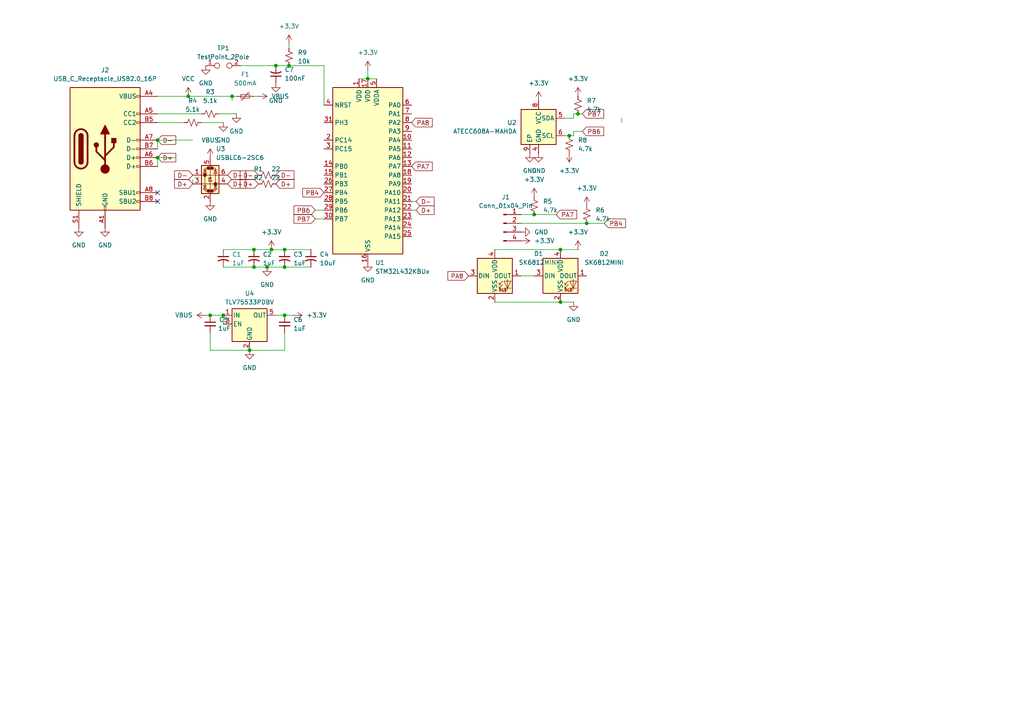
<source format=kicad_sch>
(kicad_sch (version 20250114) (generator "eeschema") (generator_version "9.0")
  (paper "A4")
  (lib_symbols
    (symbol "Connector:Conn_01x04_Pin" (pin_names (offset 1.016) (hide yes))
      (property "Reference" "J" (at 0 5.08 0))
      (property "Value" "Conn_01x04_Pin" (at 0 -7.62 0))
      (symbol "Conn_01x04_Pin_1_1"
        (rectangle (start 0.8636 2.667) (end 0 2.413) (stroke (width 0.1524)) (fill (type outline)))
        (rectangle (start 0.8636 0.127) (end 0 -0.127) (stroke (width 0.1524)) (fill (type outline)))
        (rectangle (start 0.8636 -2.413) (end 0 -2.667) (stroke (width 0.1524)) (fill (type outline)))
        (rectangle (start 0.8636 -4.953) (end 0 -5.207) (stroke (width 0.1524)) (fill (type outline)))
        (polyline (pts (xy 1.27 2.54) (xy 0.8636 2.54)) (stroke (width 0.1524)))
        (polyline (pts (xy 1.27 0) (xy 0.8636 0)) (stroke (width 0.1524)))
        (polyline (pts (xy 1.27 -2.54) (xy 0.8636 -2.54)) (stroke (width 0.1524)))
        (polyline (pts (xy 1.27 -5.08) (xy 0.8636 -5.08)) (stroke (width 0.1524)))
        (pin passive line (at 5.08 2.54 180) (length 3.81) (name "Pin_1") (number "1"))
        (pin passive line (at 5.08 0 180) (length 3.81) (name "Pin_2") (number "2"))
        (pin passive line (at 5.08 -2.54 180) (length 3.81) (name "Pin_3") (number "3"))
        (pin passive line (at 5.08 -5.08 180) (length 3.81) (name "Pin_4") (number "4"))
      )
    )
    (symbol "Connector:TestPoint_2Pole" (pin_names (offset 0.762) (hide yes))
      (property "Reference" "TP" (at 0 1.524 0))
      (property "Value" "TestPoint_2Pole" (at 0 -1.778 0))
      (symbol "TestPoint_2Pole_0_1"
        (circle (center -1.778 0) (radius 0.762))
        (circle (center 1.778 0) (radius 0.762))
        (pin passive line (at -5.08 0 0) (length 2.54) (name "1") (number "1"))
        (pin passive line (at 5.08 0 180) (length 2.54) (name "2") (number "2"))
      )
    )
    (symbol "Connector:USB_C_Receptacle_USB2.0_16P" (pin_names (offset 1.016))
      (property "Reference" "J" (at 0 22.225 0))
      (property "Value" "USB_C_Receptacle_USB2.0_16P" (at 0 19.685 0))
      (symbol "USB_C_Receptacle_USB2.0_16P_0_0"
        (rectangle (start -0.254 -17.78) (end 0.254 -16.764))
        (rectangle (start 10.16 15.494) (end 9.144 14.986))
        (rectangle (start 10.16 10.414) (end 9.144 9.906))
        (rectangle (start 10.16 7.874) (end 9.144 7.366))
        (rectangle (start 10.16 2.794) (end 9.144 2.286))
        (rectangle (start 10.16 0.254) (end 9.144 -0.254))
        (rectangle (start 10.16 -2.286) (end 9.144 -2.794))
        (rectangle (start 10.16 -4.826) (end 9.144 -5.334))
        (rectangle (start 10.16 -12.446) (end 9.144 -12.954))
        (rectangle (start 10.16 -14.986) (end 9.144 -15.494))
      )
      (symbol "USB_C_Receptacle_USB2.0_16P_0_1"
        (rectangle (start -10.16 17.78) (end 10.16 -17.78) (stroke (width 0.254)) (fill (type background)))
        (polyline (pts (xy -8.89 -3.81) (xy -8.89 3.81)) (stroke (width 0.508)))
        (rectangle (start -7.62 -3.81) (end -6.35 3.81) (stroke (width 0.254)) (fill (type outline)))
        (arc (start -7.62 3.81) (mid -6.985 4.4423) (end -6.35 3.81) (stroke (width 0.254)))
        (arc (start -7.62 3.81) (mid -6.985 4.4423) (end -6.35 3.81) (stroke (width 0.254)) (fill (type outline)))
        (arc (start -8.89 3.81) (mid -6.985 5.7067) (end -5.08 3.81) (stroke (width 0.508)))
        (arc (start -5.08 -3.81) (mid -6.985 -5.7067) (end -8.89 -3.81) (stroke (width 0.508)))
        (arc (start -6.35 -3.81) (mid -6.985 -4.4423) (end -7.62 -3.81) (stroke (width 0.254)))
        (arc (start -6.35 -3.81) (mid -6.985 -4.4423) (end -7.62 -3.81) (stroke (width 0.254)) (fill (type outline)))
        (polyline (pts (xy -5.08 3.81) (xy -5.08 -3.81)) (stroke (width 0.508)))
        (circle (center -2.54 1.143) (radius 0.635) (stroke (width 0.254)) (fill (type outline)))
        (polyline (pts (xy -1.27 4.318) (xy 0 6.858) (xy 1.27 4.318) (xy -1.27 4.318)) (stroke (width 0.254)) (fill (type outline)))
        (polyline (pts (xy 0 -2.032) (xy 2.54 0.508) (xy 2.54 1.778)) (stroke (width 0.508)))
        (polyline (pts (xy 0 -3.302) (xy -2.54 -0.762) (xy -2.54 0.508)) (stroke (width 0.508)))
        (polyline (pts (xy 0 -5.842) (xy 0 4.318)) (stroke (width 0.508)))
        (circle (center 0 -5.842) (radius 1.27) (fill (type outline)))
        (rectangle (start 1.905 1.778) (end 3.175 3.048) (stroke (width 0.254)) (fill (type outline)))
      )
      (symbol "USB_C_Receptacle_USB2.0_16P_1_1"
        (pin passive line (at -7.62 -22.86 90) (length 5.08) (name "SHIELD") (number "S1"))
        (pin passive line (at 0 -22.86 90) (length 5.08) (name "GND") (number "A1"))
        (pin passive line (at 0 -22.86 90) (length 5.08) (hide yes) (name "GND") (number "A12"))
        (pin passive line (at 0 -22.86 90) (length 5.08) (hide yes) (name "GND") (number "B1"))
        (pin passive line (at 0 -22.86 90) (length 5.08) (hide yes) (name "GND") (number "B12"))
        (pin passive line (at 15.24 15.24 180) (length 5.08) (name "VBUS") (number "A4"))
        (pin passive line (at 15.24 15.24 180) (length 5.08) (hide yes) (name "VBUS") (number "A9"))
        (pin passive line (at 15.24 15.24 180) (length 5.08) (hide yes) (name "VBUS") (number "B4"))
        (pin passive line (at 15.24 15.24 180) (length 5.08) (hide yes) (name "VBUS") (number "B9"))
        (pin bidirectional line (at 15.24 10.16 180) (length 5.08) (name "CC1") (number "A5"))
        (pin bidirectional line (at 15.24 7.62 180) (length 5.08) (name "CC2") (number "B5"))
        (pin bidirectional line (at 15.24 2.54 180) (length 5.08) (name "D-") (number "A7"))
        (pin bidirectional line (at 15.24 0 180) (length 5.08) (name "D-") (number "B7"))
        (pin bidirectional line (at 15.24 -2.54 180) (length 5.08) (name "D+") (number "A6"))
        (pin bidirectional line (at 15.24 -5.08 180) (length 5.08) (name "D+") (number "B6"))
        (pin bidirectional line (at 15.24 -12.7 180) (length 5.08) (name "SBU1") (number "A8"))
        (pin bidirectional line (at 15.24 -15.24 180) (length 5.08) (name "SBU2") (number "B8"))
      )
    )
    (symbol "Device:C_Small" (pin_numbers (hide yes)) (pin_names (offset 0.254) (hide yes))
      (property "Reference" "C" (at 0.254 1.778 0))
      (property "Value" "C_Small" (at 0.254 -2.032 0))
      (symbol "C_Small_0_1"
        (polyline (pts (xy -1.524 0.508) (xy 1.524 0.508)) (stroke (width 0.3048)))
        (polyline (pts (xy -1.524 -0.508) (xy 1.524 -0.508)) (stroke (width 0.3302)))
      )
      (symbol "C_Small_1_1"
        (pin passive line (at 0 2.54 270) (length 2.032) (name "~") (number "1"))
        (pin passive line (at 0 -2.54 90) (length 2.032) (name "~") (number "2"))
      )
    )
    (symbol "Device:C_Small_US" (pin_numbers (hide yes)) (pin_names (offset 0.254) (hide yes))
      (property "Reference" "C" (at 0.254 1.778 0))
      (property "Value" "C_Small_US" (at 0.254 -2.032 0))
      (symbol "C_Small_US_0_1"
        (polyline (pts (xy -1.524 0.508) (xy 1.524 0.508)) (stroke (width 0.3048)))
        (arc (start -1.524 -0.762) (mid 0 -0.3734) (end 1.524 -0.762) (stroke (width 0.3048)))
      )
      (symbol "C_Small_US_1_1"
        (pin passive line (at 0 2.54 270) (length 2.032) (name "~") (number "1"))
        (pin passive line (at 0 -2.54 90) (length 2.032) (name "~") (number "2"))
      )
    )
    (symbol "Device:Polyfuse_Small" (pin_numbers (hide yes)) (pin_names (offset 0))
      (property "Reference" "F" (at -1.905 0 90))
      (property "Value" "Polyfuse_Small" (at 1.905 0 90))
      (symbol "Polyfuse_Small_0_1"
        (polyline (pts (xy -1.016 1.27) (xy -1.016 0.762) (xy 1.016 -0.762) (xy 1.016 -1.27)))
        (rectangle (start -0.508 1.27) (end 0.508 -1.27))
        (polyline (pts (xy 0 2.54) (xy 0 -2.54)))
      )
      (symbol "Polyfuse_Small_1_1"
        (pin passive line (at 0 2.54 270) (length 0.635) (name "~") (number "1"))
        (pin passive line (at 0 -2.54 90) (length 0.635) (name "~") (number "2"))
      )
    )
    (symbol "Device:R_Small_US" (pin_numbers (hide yes)) (pin_names (offset 0.254) (hide yes))
      (property "Reference" "R" (at 0.762 0.508 0))
      (property "Value" "R_Small_US" (at 0.762 -1.016 0))
      (symbol "R_Small_US_1_1"
        (polyline (pts (xy 0 1.524) (xy 1.016 1.143) (xy 0 0.762) (xy -1.016 0.381) (xy 0 0)))
        (polyline (pts (xy 0 0) (xy 1.016 -0.381) (xy 0 -0.762) (xy -1.016 -1.143) (xy 0 -1.524)))
        (pin passive line (at 0 2.54 270) (length 1.016) (name "~") (number "1"))
        (pin passive line (at 0 -2.54 90) (length 1.016) (name "~") (number "2"))
      )
    )
    (symbol "LED:SK6812MINI" (pin_names (offset 0.254))
      (property "Reference" "D" (at 5.08 5.715 0))
      (property "Value" "SK6812MINI" (at 1.27 -5.715 0))
      (symbol "SK6812MINI_0_0"
        (text "RGB" (at 2.286 -4.191 0) (effects (font (size 0.762 0.762))))
      )
      (symbol "SK6812MINI_0_1"
        (polyline (pts (xy 1.27 -2.54) (xy 1.778 -2.54)))
        (polyline (pts (xy 1.27 -3.556) (xy 1.778 -3.556)))
        (polyline (pts (xy 2.286 -1.524) (xy 1.27 -2.54) (xy 1.27 -2.032)))
        (polyline (pts (xy 2.286 -2.54) (xy 1.27 -3.556) (xy 1.27 -3.048)))
        (polyline (pts (xy 3.683 -1.016) (xy 3.683 -3.556) (xy 3.683 -4.064)))
        (polyline (pts (xy 4.699 -1.524) (xy 2.667 -1.524) (xy 3.683 -3.556) (xy 4.699 -1.524)))
        (polyline (pts (xy 4.699 -3.556) (xy 2.667 -3.556)))
        (rectangle (start 5.08 5.08) (end -5.08 -5.08) (stroke (width 0.254)) (fill (type background)))
      )
      (symbol "SK6812MINI_1_1"
        (pin input line (at -7.62 0 0) (length 2.54) (name "DIN") (number "3"))
        (pin power_in line (at 0 7.62 270) (length 2.54) (name "VDD") (number "4"))
        (pin power_in line (at 0 -7.62 90) (length 2.54) (name "VSS") (number "2"))
        (pin output line (at 7.62 0 180) (length 2.54) (name "DOUT") (number "1"))
      )
    )
    (symbol "MCU_ST_STM32L4:STM32L432KBUx"
      (property "Reference" "U" (at -10.16 26.67 0))
      (property "Value" "STM32L432KBUx" (at 5.08 26.67 0))
      (symbol "STM32L432KBUx_0_1"
        (rectangle (start -10.16 -22.86) (end 10.16 25.4) (stroke (width 0.254)) (fill (type background)))
      )
      (symbol "STM32L432KBUx_1_1"
        (pin input line (at -12.7 20.32 0) (length 2.54) (name "NRST") (number "4"))
        (pin bidirectional line (at -12.7 15.24 0) (length 2.54) (name "PH3") (number "31"))
        (pin bidirectional line (at -12.7 10.16 0) (length 2.54) (name "PC14") (number "2"))
        (pin bidirectional line (at -12.7 7.62 0) (length 2.54) (name "PC15") (number "3"))
        (pin bidirectional line (at -12.7 2.54 0) (length 2.54) (name "PB0") (number "14"))
        (pin bidirectional line (at -12.7 0 0) (length 2.54) (name "PB1") (number "15"))
        (pin bidirectional line (at -12.7 -2.54 0) (length 2.54) (name "PB3") (number "26"))
        (pin bidirectional line (at -12.7 -5.08 0) (length 2.54) (name "PB4") (number "27"))
        (pin bidirectional line (at -12.7 -7.62 0) (length 2.54) (name "PB5") (number "28"))
        (pin bidirectional line (at -12.7 -10.16 0) (length 2.54) (name "PB6") (number "29"))
        (pin bidirectional line (at -12.7 -12.7 0) (length 2.54) (name "PB7") (number "30"))
        (pin power_in line (at -2.54 27.94 270) (length 2.54) (name "VDD") (number "1"))
        (pin power_in line (at 0 27.94 270) (length 2.54) (name "VDD") (number "17"))
        (pin power_in line (at 0 -25.4 90) (length 2.54) (name "VSS") (number "16"))
        (pin passive line (at 0 -25.4 90) (length 2.54) (hide yes) (name "VSS") (number "32"))
        (pin passive line (at 0 -25.4 90) (length 2.54) (hide yes) (name "VSS") (number "33"))
        (pin power_in line (at 2.54 27.94 270) (length 2.54) (name "VDDA") (number "5"))
        (pin bidirectional line (at 12.7 20.32 180) (length 2.54) (name "PA0") (number "6"))
        (pin bidirectional line (at 12.7 17.78 180) (length 2.54) (name "PA1") (number "7"))
        (pin bidirectional line (at 12.7 15.24 180) (length 2.54) (name "PA2") (number "8"))
        (pin bidirectional line (at 12.7 12.7 180) (length 2.54) (name "PA3") (number "9"))
        (pin bidirectional line (at 12.7 10.16 180) (length 2.54) (name "PA4") (number "10"))
        (pin bidirectional line (at 12.7 7.62 180) (length 2.54) (name "PA5") (number "11"))
        (pin bidirectional line (at 12.7 5.08 180) (length 2.54) (name "PA6") (number "12"))
        (pin bidirectional line (at 12.7 2.54 180) (length 2.54) (name "PA7") (number "13"))
        (pin bidirectional line (at 12.7 0 180) (length 2.54) (name "PA8") (number "18"))
        (pin bidirectional line (at 12.7 -2.54 180) (length 2.54) (name "PA9") (number "19"))
        (pin bidirectional line (at 12.7 -5.08 180) (length 2.54) (name "PA10") (number "20"))
        (pin bidirectional line (at 12.7 -7.62 180) (length 2.54) (name "PA11") (number "21"))
        (pin bidirectional line (at 12.7 -10.16 180) (length 2.54) (name "PA12") (number "22"))
        (pin bidirectional line (at 12.7 -12.7 180) (length 2.54) (name "PA13") (number "23"))
        (pin bidirectional line (at 12.7 -15.24 180) (length 2.54) (name "PA14") (number "24"))
        (pin bidirectional line (at 12.7 -17.78 180) (length 2.54) (name "PA15") (number "25"))
      )
    )
    (symbol "Power_Protection:USBLC6-2SC6" (pin_names (hide yes))
      (property "Reference" "U" (at 0.635 5.715 0))
      (property "Value" "USBLC6-2SC6" (at 0.635 3.81 0))
      (symbol "USBLC6-2SC6_0_0"
        (circle (center -1.524 0) (radius 0.0001) (stroke (width 0.508)))
        (circle (center -0.508 2.032) (radius 0.0001) (stroke (width 0.508)))
        (circle (center -0.508 -4.572) (radius 0.0001) (stroke (width 0.508)))
        (circle (center 0.508 2.032) (radius 0.0001) (stroke (width 0.508)))
        (circle (center 0.508 -4.572) (radius 0.0001) (stroke (width 0.508)))
        (circle (center 1.524 -2.54) (radius 0.0001) (stroke (width 0.508)))
      )
      (symbol "USBLC6-2SC6_0_1"
        (polyline (pts (xy -2.54 0) (xy 2.54 0)))
        (polyline (pts (xy -2.54 -2.54) (xy 2.54 -2.54)))
        (polyline (pts (xy -2.032 0.508) (xy -1.016 0.508) (xy -1.524 1.524) (xy -2.032 0.508)))
        (polyline (pts (xy -2.032 -3.048) (xy -1.016 -3.048)))
        (polyline (pts (xy -1.016 1.524) (xy -2.032 1.524)))
        (polyline (pts (xy -1.016 -4.064) (xy -2.032 -4.064) (xy -1.524 -3.048) (xy -1.016 -4.064)))
        (polyline (pts (xy -0.508 -1.143) (xy -0.508 -0.762) (xy 0.508 -0.762)))
        (polyline (pts (xy 0 2.54) (xy -0.508 2.032) (xy 0.508 2.032) (xy 0 1.524) (xy 0 -4.064) (xy -0.508 -4.572) (xy 0.508 -4.572) (xy 0 -5.08)))
        (polyline (pts (xy 0.508 -1.778) (xy -0.508 -1.778) (xy 0 -0.762) (xy 0.508 -1.778)))
        (polyline (pts (xy 1.016 1.524) (xy 2.032 1.524)))
        (polyline (pts (xy 1.016 -3.048) (xy 2.032 -3.048)))
        (polyline (pts (xy 2.032 0.508) (xy 1.016 0.508) (xy 1.524 1.524) (xy 2.032 0.508)))
        (polyline (pts (xy 2.032 -4.064) (xy 1.016 -4.064) (xy 1.524 -3.048) (xy 2.032 -4.064)))
      )
      (symbol "USBLC6-2SC6_1_1"
        (rectangle (start -2.54 2.794) (end 2.54 -5.334) (stroke (width 0.254)) (fill (type background)))
        (polyline (pts (xy -0.508 2.032) (xy -1.524 2.032) (xy -1.524 -4.572) (xy -0.508 -4.572)))
        (polyline (pts (xy 0.508 -4.572) (xy 1.524 -4.572) (xy 1.524 2.032) (xy 0.508 2.032)))
        (pin passive line (at -5.08 0 0) (length 2.54) (name "I/O1") (number "1"))
        (pin passive line (at -5.08 -2.54 0) (length 2.54) (name "I/O2") (number "3"))
        (pin passive line (at 0 5.08 270) (length 2.54) (name "VBUS") (number "5"))
        (pin passive line (at 0 -7.62 90) (length 2.54) (name "GND") (number "2"))
        (pin passive line (at 5.08 0 180) (length 2.54) (name "I/O1") (number "6"))
        (pin passive line (at 5.08 -2.54 180) (length 2.54) (name "I/O2") (number "4"))
      )
    )
    (symbol "Regulator_Linear:TLV75533PDBV" (pin_names (offset 0.254))
      (property "Reference" "U" (at -3.81 5.715 0))
      (property "Value" "TLV75533PDBV" (at 0 5.715 0))
      (symbol "TLV75533PDBV_0_1"
        (rectangle (start -5.08 4.445) (end 5.08 -5.08) (stroke (width 0.254)) (fill (type background)))
      )
      (symbol "TLV75533PDBV_1_1"
        (pin power_in line (at -7.62 2.54 0) (length 2.54) (name "IN") (number "1"))
        (pin input line (at -7.62 0 0) (length 2.54) (name "EN") (number "3"))
        (pin power_in line (at 0 -7.62 90) (length 2.54) (name "GND") (number "2"))
        (pin no_connect line (at 5.08 0 180) (length 2.54) (hide yes) (name "NC") (number "4"))
        (pin power_out line (at 7.62 2.54 180) (length 2.54) (name "OUT") (number "5"))
      )
    )
    (symbol "Security:ATECC608A-MAHDA"
      (property "Reference" "U" (at 3.81 6.35 0))
      (property "Value" "ATECC608A-MAHDA" (at 10.16 -6.35 0))
      (symbol "ATECC608A-MAHDA_0_1"
        (rectangle (start -5.08 5.08) (end 5.08 -5.08) (stroke (width 0.254)) (fill (type background)))
      )
      (symbol "ATECC608A-MAHDA_1_1"
        (pin no_connect line (at -5.08 2.54 0) (length 2.54) (hide yes) (name "NC") (number "1"))
        (pin no_connect line (at -5.08 0 0) (length 2.54) (hide yes) (name "NC") (number "2"))
        (pin no_connect line (at -5.08 -2.54 0) (length 2.54) (hide yes) (name "NC") (number "3"))
        (pin input line (at -2.54 -7.62 90) (length 2.54) (name "EP") (number "9"))
        (pin power_in line (at 0 7.62 270) (length 2.54) (name "VCC") (number "8"))
        (pin power_in line (at 0 -7.62 90) (length 2.54) (name "GND") (number "4"))
        (pin no_connect line (at 5.08 0 180) (length 2.54) (hide yes) (name "NC") (number "7"))
        (pin bidirectional line (at 7.62 2.54 180) (length 2.54) (name "SDA") (number "5"))
        (pin input line (at 7.62 -2.54 180) (length 2.54) (name "SCL") (number "6"))
      )
    )
    (symbol "power:+3.3V" (power) (pin_numbers (hide yes)) (pin_names (offset 0) (hide yes))
      (property "Value" "+3.3V" (at 0 3.556 0))
      (symbol "+3.3V_0_1"
        (polyline (pts (xy -0.762 1.27) (xy 0 2.54)))
        (polyline (pts (xy 0 2.54) (xy 0.762 1.27)))
        (polyline (pts (xy 0 0) (xy 0 2.54)))
      )
      (symbol "+3.3V_1_1"
        (pin power_in line (at 0 0 90) (length 0) (name "~") (number "1"))
      )
    )
    (symbol "power:GND" (power) (pin_numbers (hide yes)) (pin_names (offset 0) (hide yes))
      (property "Value" "GND" (at 0 -3.81 0))
      (symbol "GND_0_1"
        (polyline (pts (xy 0 0) (xy 0 -1.27) (xy 1.27 -1.27) (xy 0 -2.54) (xy -1.27 -1.27) (xy 0 -1.27)))
      )
      (symbol "GND_1_1"
        (pin power_in line (at 0 0 270) (length 0) (name "~") (number "1"))
      )
    )
    (symbol "power:VBUS" (power) (pin_numbers (hide yes)) (pin_names (offset 0) (hide yes))
      (property "Value" "VBUS" (at 0 3.556 0))
      (symbol "VBUS_0_1"
        (polyline (pts (xy -0.762 1.27) (xy 0 2.54)))
        (polyline (pts (xy 0 2.54) (xy 0.762 1.27)))
        (polyline (pts (xy 0 0) (xy 0 2.54)))
      )
      (symbol "VBUS_1_1"
        (pin power_in line (at 0 0 90) (length 0) (name "~") (number "1"))
      )
    )
    (symbol "power:VCC" (power) (pin_numbers (hide yes)) (pin_names (offset 0) (hide yes))
      (property "Value" "VCC" (at 0 3.556 0))
      (symbol "VCC_0_1"
        (polyline (pts (xy -0.762 1.27) (xy 0 2.54)))
        (polyline (pts (xy 0 2.54) (xy 0.762 1.27)))
        (polyline (pts (xy 0 0) (xy 0 2.54)))
      )
      (symbol "VCC_1_1"
        (pin power_in line (at 0 0 90) (length 0) (name "~") (number "1"))
      )
    )
  )
  (junction (at 60.96 91.44))
  (junction (at 45.72 40.64))
  (junction (at 64.77 91.44))
  (junction (at 82.55 91.44))
  (junction (at 167.64 33.02))
  (junction (at 170.18 64.77))
  (junction (at 82.55 77.47))
  (junction (at 154.94 62.23))
  (junction (at 73.66 77.47))
  (junction (at 80.01 19.05))
  (junction (at 73.66 72.39))
  (junction (at 82.55 72.39))
  (junction (at 83.82 19.05))
  (junction (at 54.61 27.94))
  (junction (at 162.56 72.39))
  (junction (at 67.31 27.94))
  (junction (at 165.1 39.37))
  (junction (at 72.39 101.6))
  (junction (at 106.68 22.86))
  (junction (at 78.74 72.39))
  (junction (at 45.72 45.72))
  (junction (at 162.56 87.63))
  (junction (at 77.47 77.47))
  (no_connect (at 45.72 55.88))
  (no_connect (at 45.72 58.42))
  (wire (pts (xy 104.14 22.86) (xy 106.68 22.86)))
  (wire (pts (xy 58.42 35.56) (xy 64.77 35.56)))
  (wire (pts (xy 82.55 96.52) (xy 82.55 101.6)))
  (wire (pts (xy 72.39 101.6) (xy 60.96 101.6)))
  (wire (pts (xy 54.61 27.94) (xy 67.31 27.94)))
  (wire (pts (xy 166.37 33.02) (xy 166.37 34.29)))
  (wire (pts (xy 45.72 27.94) (xy 54.61 27.94)))
  (wire (pts (xy 82.55 91.44) (xy 85.09 91.44)))
  (wire (pts (xy 106.68 22.86) (xy 109.22 22.86)))
  (wire (pts (xy 64.77 72.39) (xy 73.66 72.39)))
  (wire (pts (xy 151.13 64.77) (xy 170.18 64.77)))
  (wire (pts (xy 154.94 62.23) (xy 151.13 62.23)))
  (wire (pts (xy 45.72 35.56) (xy 53.34 35.56)))
  (wire (pts (xy 120.65 60.96) (xy 119.38 60.96)))
  (wire (pts (xy 67.31 27.94) (xy 68.58 27.94)))
  (wire (pts (xy 163.83 34.29) (xy 166.37 34.29)))
  (wire (pts (xy 166.37 38.1) (xy 166.37 39.37)))
  (wire (pts (xy 162.56 87.63) (xy 166.37 87.63)))
  (wire (pts (xy 67.31 29.21) (xy 67.31 27.94)))
  (wire (pts (xy 167.64 33.02) (xy 166.37 33.02)))
  (wire (pts (xy 143.51 87.63) (xy 162.56 87.63)))
  (wire (pts (xy 91.44 63.5) (xy 93.98 63.5)))
  (wire (pts (xy 45.72 40.64) (xy 45.72 43.18)))
  (wire (pts (xy 163.83 39.37) (xy 165.1 39.37)))
  (wire (pts (xy 45.72 40.64) (xy 55.88 40.64)))
  (wire (pts (xy 91.44 60.96) (xy 93.98 60.96)))
  (wire (pts (xy 45.72 33.02) (xy 58.42 33.02)))
  (wire (pts (xy 143.51 72.39) (xy 162.56 72.39)))
  (wire (pts (xy 93.98 19.05) (xy 83.82 19.05)))
  (wire (pts (xy 165.1 39.37) (xy 166.37 39.37)))
  (wire (pts (xy 120.65 58.42) (xy 119.38 58.42)))
  (wire (pts (xy 77.47 77.47) (xy 82.55 77.47)))
  (wire (pts (xy 168.91 33.02) (xy 167.64 33.02)))
  (wire (pts (xy 59.69 91.44) (xy 60.96 91.44)))
  (wire (pts (xy 161.29 62.23) (xy 154.94 62.23)))
  (wire (pts (xy 74.93 27.94) (xy 73.66 27.94)))
  (wire (pts (xy 64.77 91.44) (xy 64.77 93.98)))
  (wire (pts (xy 78.74 72.39) (xy 82.55 72.39)))
  (wire (pts (xy 170.18 64.77) (xy 175.26 64.77)))
  (wire (pts (xy 82.55 72.39) (xy 90.17 72.39)))
  (wire (pts (xy 45.72 45.72) (xy 50.8 45.72)))
  (wire (pts (xy 64.77 77.47) (xy 73.66 77.47)))
  (wire (pts (xy 80.01 19.05) (xy 83.82 19.05)))
  (wire (pts (xy 73.66 77.47) (xy 77.47 77.47)))
  (wire (pts (xy 69.85 19.05) (xy 80.01 19.05)))
  (wire (pts (xy 106.68 20.32) (xy 106.68 22.86)))
  (wire (pts (xy 93.98 19.05) (xy 93.98 30.48)))
  (wire (pts (xy 168.91 38.1) (xy 166.37 38.1)))
  (wire (pts (xy 73.66 72.39) (xy 78.74 72.39)))
  (wire (pts (xy 60.96 91.44) (xy 64.77 91.44)))
  (wire (pts (xy 162.56 72.39) (xy 167.64 72.39)))
  (wire (pts (xy 83.82 12.7) (xy 83.82 13.97)))
  (wire (pts (xy 55.88 52.07) (xy 55.88 53.34)))
  (wire (pts (xy 45.72 45.72) (xy 45.72 48.26)))
  (wire (pts (xy 80.01 91.44) (xy 82.55 91.44)))
  (wire (pts (xy 82.55 77.47) (xy 90.17 77.47)))
  (wire (pts (xy 63.5 33.02) (xy 68.58 33.02)))
  (wire (pts (xy 60.96 101.6) (xy 60.96 96.52)))
  (wire (pts (xy 82.55 101.6) (xy 72.39 101.6)))
  (wire (pts (xy 151.13 80.01) (xy 154.94 80.01)))
  (wire (pts (xy 180.34 35.56) (xy 180.34 34.29)))
  (global_label "PA7" (shape input) (at 119.38 48.26 0) (property "Intersheetrefs" "${INTERSHEET_REFS}" (effects (hide yes))))
  (global_label "PB7" (shape input) (at 168.91 33.02 0) (property "Intersheetrefs" "${INTERSHEET_REFS}" (effects (hide yes))))
  (global_label "D-" (shape input) (at 55.88 50.8 180) (property "Intersheetrefs" "${INTERSHEET_REFS}" (effects (hide yes))))
  (global_label "PA8" (shape input) (at 135.89 80.01 180) (property "Intersheetrefs" "${INTERSHEET_REFS}" (effects (hide yes))))
  (global_label "D+" (shape input) (at 80.01 53.34 0) (property "Intersheetrefs" "${INTERSHEET_REFS}" (effects (hide yes))))
  (global_label "D-" (shape input) (at 80.01 50.8 0) (property "Intersheetrefs" "${INTERSHEET_REFS}" (effects (hide yes))))
  (global_label "D-" (shape input) (at 45.72 40.64 0) (property "Intersheetrefs" "${INTERSHEET_REFS}" (effects (hide yes))))
  (global_label "D-" (shape input) (at 74.93 50.8 180) (property "Intersheetrefs" "${INTERSHEET_REFS}" (effects (hide yes))))
  (global_label "PB4" (shape input) (at 93.98 55.88 180) (property "Intersheetrefs" "${INTERSHEET_REFS}" (effects (hide yes))))
  (global_label "D-" (shape input) (at 120.65 58.42 0) (property "Intersheetrefs" "${INTERSHEET_REFS}" (effects (hide yes))))
  (global_label "PB7" (shape input) (at 91.44 63.5 180) (property "Intersheetrefs" "${INTERSHEET_REFS}" (effects (hide yes))))
  (global_label "PA7" (shape input) (at 161.29 62.23 0) (property "Intersheetrefs" "${INTERSHEET_REFS}" (effects (hide yes))))
  (global_label "D-" (shape input) (at 66.04 50.8 0) (property "Intersheetrefs" "${INTERSHEET_REFS}" (effects (hide yes))))
  (global_label "PB6" (shape input) (at 91.44 60.96 180) (property "Intersheetrefs" "${INTERSHEET_REFS}" (effects (hide yes))))
  (global_label "PB4" (shape input) (at 175.26 64.77 0) (property "Intersheetrefs" "${INTERSHEET_REFS}" (effects (hide yes))))
  (global_label "PB6" (shape input) (at 168.91 38.1 0) (property "Intersheetrefs" "${INTERSHEET_REFS}" (effects (hide yes))))
  (global_label "D+" (shape input) (at 66.04 53.34 0) (property "Intersheetrefs" "${INTERSHEET_REFS}" (effects (hide yes))))
  (global_label "D+" (shape input) (at 120.65 60.96 0) (property "Intersheetrefs" "${INTERSHEET_REFS}" (effects (hide yes))))
  (global_label "D+" (shape input) (at 74.93 53.34 180) (property "Intersheetrefs" "${INTERSHEET_REFS}" (effects (hide yes))))
  (global_label "D+" (shape input) (at 55.88 53.34 180) (property "Intersheetrefs" "${INTERSHEET_REFS}" (effects (hide yes))))
  (global_label "PA8" (shape input) (at 119.38 35.56 0) (property "Intersheetrefs" "${INTERSHEET_REFS}" (effects (hide yes))))
  (global_label "D+" (shape input) (at 45.72 45.72 0) (property "Intersheetrefs" "${INTERSHEET_REFS}" (effects (hide yes))))
  (symbol (lib_id "power:GND") (at 22.86 66.04 0) (unit 1)
    (property "Reference" "#PWR03" (effects (hide yes)))
    (property "Value" "GND" (at 22.86 71.12 0))
    (property "Description" "Power symbol creates a global label with name \"GND\" , ground" (effects (hide yes)))
  )
  (symbol (lib_id "Device:R_Small_US") (at 77.47 50.8 90) (unit 1)
    (property "Reference" "R1" (at 74.93 49.022 90))
    (property "Value" "22" (at 80.01 49.022 90))
    (property "Footprint" "Resistor_SMD:R_0201_0603Metric" (effects (hide yes)))
    (property "Description" "Resistor, small US symbol" (effects (hide yes)))
  )
  (symbol (lib_id "LED:SK6812MINI") (at 143.51 80.01 0) (unit 1)
    (property "Reference" "D1" (at 156.21 73.5898 0))
    (property "Value" "SK6812MINI" (at 156.21 76.1298 0))
    (property "Footprint" "LED_SMD:LED_SK6812MINI_PLCC4_3.5x3.5mm_P1.75mm" (effects (hide yes)))
    (property "Datasheet" "https://cdn-shop.adafruit.com/product-files/2686/SK6812MINI_REV.01-1-2.pdf" (effects (hide yes)))
    (property "Description" "RGB LED with integrated controller" (effects (hide yes)))
  )
  (symbol (lib_id "Device:C_Small_US") (at 64.77 74.93 0) (unit 1)
    (property "Reference" "C1" (at 67.31 73.7869 0) (effects (justify left)))
    (property "Value" "1uF" (at 67.31 76.3269 0) (effects (justify left)))
    (property "Footprint" "Capacitor_SMD:C_0402_1005Metric" (effects (hide yes)))
    (property "Description" "capacitor, small US symbol" (effects (hide yes)))
  )
  (symbol (lib_id "Device:R_Small_US") (at 167.64 30.48 0) (unit 1)
    (property "Reference" "R7" (at 170.18 29.2099 0) (effects (justify left)))
    (property "Value" "4.7k" (at 170.18 31.7499 0) (effects (justify left)))
    (property "Footprint" "Resistor_SMD:R_0402_1005Metric" (effects (hide yes)))
    (property "Description" "Resistor, small US symbol" (effects (hide yes)))
  )
  (symbol (lib_id "Device:R_Small_US") (at 60.96 33.02 90) (unit 1)
    (property "Reference" "R3" (at 60.96 26.67 90))
    (property "Value" "5.1k" (at 60.96 29.21 90))
    (property "Footprint" "Resistor_SMD:R_0201_0603Metric" (effects (hide yes)))
    (property "Description" "Resistor, small US symbol" (effects (hide yes)))
  )
  (symbol (lib_id "Connector:TestPoint_2Pole") (at 64.77 19.05 0) (unit 1)
    (property "Reference" "TP1" (at 64.77 13.97 0))
    (property "Value" "TestPoint_2Pole" (at 64.77 16.51 0))
    (property "Footprint" "Connector_PinHeader_1.00mm:PinHeader_1x02_P1.00mm_Vertical" (effects (hide yes)))
    (property "Description" "2-polar test point" (effects (hide yes)))
  )
  (symbol (lib_id "Device:R_Small_US") (at 154.94 59.69 0) (unit 1)
    (property "Reference" "R5" (at 157.48 58.4199 0) (effects (justify left)))
    (property "Value" "4.7k" (at 157.48 60.9599 0) (effects (justify left)))
    (property "Footprint" "Resistor_SMD:R_0402_1005Metric" (effects (hide yes)))
    (property "Description" "Resistor, small US symbol" (effects (hide yes)))
  )
  (symbol (lib_id "Device:R_Small_US") (at 77.47 53.34 90) (unit 1)
    (property "Reference" "R2" (at 74.93 51.562 90))
    (property "Value" "22" (at 80.01 51.562 90))
    (property "Footprint" "Resistor_SMD:R_0201_0603Metric" (effects (hide yes)))
    (property "Description" "Resistor, small US symbol" (effects (hide yes)))
  )
  (symbol (lib_id "power:VBUS") (at 74.93 27.94 270) (unit 1)
    (property "Reference" "#PWR01" (effects (hide yes)))
    (property "Value" "VBUS" (at 78.74 27.9399 90) (effects (justify left)))
    (property "Description" "Power symbol creates a global label with name \"VBUS\"" (effects (hide yes)))
  )
  (symbol (lib_id "Device:C_Small_US") (at 73.66 74.93 0) (unit 1)
    (property "Reference" "C2" (at 76.2 73.7869 0) (effects (justify left)))
    (property "Value" "1uF" (at 76.2 76.3269 0) (effects (justify left)))
    (property "Footprint" "Capacitor_SMD:C_0402_1005Metric" (effects (hide yes)))
    (property "Description" "capacitor, small US symbol" (effects (hide yes)))
  )
  (symbol (lib_id "power:+3.3V") (at 167.64 27.94 0) (unit 1)
    (property "Reference" "#PWR027" (effects (hide yes)))
    (property "Value" "+3.3V" (at 167.64 22.86 0))
    (property "Description" "Power symbol creates a global label with name \"+3.3V\"" (effects (hide yes)))
  )
  (symbol (lib_id "power:VBUS") (at 60.96 45.72 0) (unit 1)
    (property "Reference" "#PWR013" (effects (hide yes)))
    (property "Value" "VBUS" (at 60.96 40.64 0))
    (property "Description" "Power symbol creates a global label with name \"VBUS\"" (effects (hide yes)))
  )
  (symbol (lib_id "Power_Protection:USBLC6-2SC6") (at 60.96 50.8 0) (unit 1)
    (property "Reference" "U3" (at 62.6111 43.18 0) (effects (justify left)))
    (property "Value" "USBLC6-2SC6" (at 62.6111 45.72 0) (effects (justify left)))
    (property "Footprint" "Package_TO_SOT_SMD:SOT-23-6" (effects (hide yes)))
    (property "Datasheet" "https://www.st.com/resource/en/datasheet/usblc6-2.pdf" (effects (hide yes)))
    (property "Description" "Very low capacitance ESD protection diode, 2 data-line, SOT-23-6" (effects (hide yes)))
  )
  (symbol (lib_id "Device:C_Small_US") (at 90.17 74.93 0) (unit 1)
    (property "Reference" "C4" (at 92.71 73.7869 0) (effects (justify left)))
    (property "Value" "10uF" (at 92.71 76.3269 0) (effects (justify left)))
    (property "Footprint" "Capacitor_SMD:C_0603_1608Metric" (effects (hide yes)))
    (property "Description" "capacitor, small US symbol" (effects (hide yes)))
  )
  (symbol (lib_id "power:GND") (at 60.96 58.42 0) (unit 1)
    (property "Reference" "#PWR012" (effects (hide yes)))
    (property "Value" "GND" (at 60.96 63.5 0))
    (property "Description" "Power symbol creates a global label with name \"GND\" , ground" (effects (hide yes)))
  )
  (symbol (lib_id "power:GND") (at 59.69 19.05 0) (unit 1)
    (property "Reference" "#PWR024" (effects (hide yes)))
    (property "Value" "GND" (at 59.69 24.13 0))
    (property "Description" "Power symbol creates a global label with name \"GND\" , ground" (effects (hide yes)))
  )
  (symbol (lib_id "power:GND") (at 30.48 66.04 0) (unit 1)
    (property "Reference" "#PWR02" (effects (hide yes)))
    (property "Value" "GND" (at 30.48 71.12 0))
    (property "Description" "Power symbol creates a global label with name \"GND\" , ground" (effects (hide yes)))
  )
  (symbol (lib_id "power:+3.3V") (at 151.13 69.85 270) (unit 1)
    (property "Reference" "#PWR020" (effects (hide yes)))
    (property "Value" "+3.3V" (at 154.94 69.8499 90) (effects (justify left)))
    (property "Description" "Power symbol creates a global label with name \"+3.3V\"" (effects (hide yes)))
  )
  (symbol (lib_id "Device:R_Small_US") (at 165.1 41.91 180) (unit 1)
    (property "Reference" "R8" (at 167.64 40.6399 0) (effects (justify right)))
    (property "Value" "4.7k" (at 167.64 43.1799 0) (effects (justify right)))
    (property "Footprint" "Resistor_SMD:R_0402_1005Metric" (effects (hide yes)))
    (property "Description" "Resistor, small US symbol" (effects (hide yes)))
  )
  (symbol (lib_id "power:VCC") (at 54.61 27.94 0) (unit 1)
    (property "Reference" "#PWR08" (effects (hide yes)))
    (property "Value" "VCC" (at 54.61 22.86 0))
    (property "Description" "Power symbol creates a global label with name \"VCC\"" (effects (hide yes)))
  )
  (symbol (lib_id "power:GND") (at 64.77 35.56 0) (unit 1)
    (property "Reference" "#PWR07" (effects (hide yes)))
    (property "Value" "GND" (at 64.77 40.64 0))
    (property "Description" "Power symbol creates a global label with name \"GND\" , ground" (effects (hide yes)))
  )
  (symbol (lib_id "Device:C_Small") (at 60.96 93.98 0) (unit 1)
    (property "Reference" "C5" (at 63.5 92.7162 0) (effects (justify left)))
    (property "Value" "1uF" (at 63.246 95.25 0) (effects (justify left)))
    (property "Footprint" "Capacitor_SMD:C_0603_1608Metric" (effects (hide yes)))
    (property "Description" "Unpolarized capacitor, small symbol" (effects (hide yes)))
  )
  (symbol (lib_id "Device:C_Small") (at 82.55 93.98 0) (unit 1)
    (property "Reference" "C6" (at 85.09 92.7162 0) (effects (justify left)))
    (property "Value" "1uF" (at 85.09 95.2562 0) (effects (justify left)))
    (property "Footprint" "Capacitor_SMD:C_0603_1608Metric" (effects (hide yes)))
    (property "Description" "Unpolarized capacitor, small symbol" (effects (hide yes)))
  )
  (symbol (lib_id "power:+3.3V") (at 85.09 91.44 270) (unit 1)
    (property "Reference" "#PWR017" (effects (hide yes)))
    (property "Value" "+3.3V" (at 88.9 91.4399 90) (effects (justify left)))
    (property "Description" "Power symbol creates a global label with name \"+3.3V\"" (effects (hide yes)))
  )
  (symbol (lib_id "power:+3.3V") (at 106.68 20.32 0) (unit 1)
    (property "Reference" "#PWR04" (effects (hide yes)))
    (property "Value" "+3.3V" (at 106.68 15.24 0))
    (property "Description" "Power symbol creates a global label with name \"+3.3V\"" (effects (hide yes)))
  )
  (symbol (lib_id "power:GND") (at 166.37 87.63 0) (unit 1)
    (property "Reference" "#PWR022" (effects (hide yes)))
    (property "Value" "GND" (at 166.37 92.71 0))
    (property "Description" "Power symbol creates a global label with name \"GND\" , ground" (effects (hide yes)))
  )
  (symbol (lib_id "Device:R_Small_US") (at 170.18 62.23 0) (unit 1)
    (property "Reference" "R6" (at 172.72 60.9599 0) (effects (justify left)))
    (property "Value" "4.7k" (at 172.72 63.4999 0) (effects (justify left)))
    (property "Footprint" "Resistor_SMD:R_0402_1005Metric" (effects (hide yes)))
    (property "Description" "Resistor, small US symbol" (effects (hide yes)))
  )
  (symbol (lib_id "power:+3.3V") (at 156.21 29.21 0) (unit 1)
    (property "Reference" "#PWR019" (effects (hide yes)))
    (property "Value" "+3.3V" (at 156.21 24.13 0))
    (property "Description" "Power symbol creates a global label with name \"+3.3V\"" (effects (hide yes)))
  )
  (symbol (lib_id "power:+3.3V") (at 154.94 57.15 0) (unit 1)
    (property "Reference" "#PWR026" (effects (hide yes)))
    (property "Value" "+3.3V" (at 154.94 52.07 0))
    (property "Description" "Power symbol creates a global label with name \"+3.3V\"" (effects (hide yes)))
  )
  (symbol (lib_id "power:GND") (at 72.39 101.6 0) (unit 1)
    (property "Reference" "#PWR018" (effects (hide yes)))
    (property "Value" "GND" (at 72.39 106.68 0))
    (property "Description" "Power symbol creates a global label with name \"GND\" , ground" (effects (hide yes)))
  )
  (symbol (lib_id "Connector:Conn_01x04_Pin") (at 146.05 64.77 0) (unit 1)
    (property "Reference" "J1" (at 146.685 57.15 0))
    (property "Value" "Conn_01x04_Pin" (at 146.685 59.69 0))
    (property "Footprint" "Connector_PinHeader_2.54mm:PinHeader_1x04_P2.54mm_Vertical" (effects (hide yes)))
    (property "Description" "Generic connector, single row, 01x04, script generated" (effects (hide yes)))
  )
  (symbol (lib_id "Device:C_Small_US") (at 80.01 21.59 180) (unit 1)
    (property "Reference" "C7" (at 82.55 20.1929 0) (effects (justify right)))
    (property "Value" "100nF" (at 82.55 22.7329 0) (effects (justify right)))
    (property "Footprint" "Capacitor_SMD:C_0504_1310Metric" (effects (hide yes)))
    (property "Description" "capacitor, small US symbol" (effects (hide yes)))
  )
  (symbol (lib_id "Device:C_Small_US") (at 82.55 74.93 0) (unit 1)
    (property "Reference" "C3" (at 85.09 73.7869 0) (effects (justify left)))
    (property "Value" "1uF" (at 85.09 76.3269 0) (effects (justify left)))
    (property "Footprint" "Capacitor_SMD:C_0402_1005Metric" (effects (hide yes)))
    (property "Description" "capacitor, small US symbol" (effects (hide yes)))
  )
  (symbol (lib_id "Device:R_Small_US") (at 55.88 35.56 90) (unit 1)
    (property "Reference" "R4" (at 55.88 29.21 90))
    (property "Value" "5.1k" (at 55.88 31.75 90))
    (property "Footprint" "Resistor_SMD:R_0201_0603Metric" (effects (hide yes)))
    (property "Description" "Resistor, small US symbol" (effects (hide yes)))
  )
  (symbol (lib_id "power:GND") (at 106.68 76.2 0) (unit 1)
    (property "Reference" "#PWR05" (effects (hide yes)))
    (property "Value" "GND" (at 106.68 81.28 0))
    (property "Description" "Power symbol creates a global label with name \"GND\" , ground" (effects (hide yes)))
  )
  (symbol (lib_id "Security:ATECC608A-MAHDA") (at 156.21 36.83 0) (unit 1)
    (property "Reference" "U2" (at 149.86 35.5599 0) (effects (justify right)))
    (property "Value" "ATECC608A-MAHDA" (at 149.86 38.0999 0) (effects (justify right)))
    (property "Footprint" "Package_DFN_QFN:DFN-8-1EP_3x2mm_P0.5mm_EP1.3x1.5mm" (effects (hide yes)))
    (property "Datasheet" "http://ww1.microchip.com/downloads/en/DeviceDoc/ATECC608A-CryptoAuthentication-Device-Summary-Data-Sheet-DS40001977B.pdf" (effects (hide yes)))
    (property "Description" "Cryptographic Co-Processor with Secure Hardware-based 16 Key Storage, ECDSA and ECDH support, I2C, UDFN-8" (effects (hide yes)))
  )
  (symbol (lib_id "MCU_ST_STM32L4:STM32L432KBUx") (at 106.68 50.8 0) (unit 1)
    (property "Reference" "U1" (at 108.8233 76.2 0) (effects (justify left)))
    (property "Value" "STM32L432KBUx" (at 108.8233 78.74 0) (effects (justify left)))
    (property "Footprint" "Package_DFN_QFN:QFN-32-1EP_5x5mm_P0.5mm_EP3.45x3.45mm" (effects (hide yes)))
    (property "Datasheet" "https://www.st.com/resource/en/datasheet/stm32l432kb.pdf" (effects (hide yes)))
    (property "Description" "STMicroelectronics Arm Cortex-M4 MCU, 128KB flash, 64KB RAM, 80 MHz, 1.71-3.6V, 26 GPIO, UFQFPN32" (effects (hide yes)))
  )
  (symbol (lib_id "power:+3.3V") (at 78.74 72.39 0) (unit 1)
    (property "Reference" "#PWR014" (effects (hide yes)))
    (property "Value" "+3.3V" (at 78.74 67.31 0))
    (property "Description" "Power symbol creates a global label with name \"+3.3V\"" (effects (hide yes)))
  )
  (symbol (lib_id "power:GND") (at 68.58 33.02 0) (unit 1)
    (property "Reference" "#PWR06" (effects (hide yes)))
    (property "Value" "GND" (at 68.58 38.1 0))
    (property "Description" "Power symbol creates a global label with name \"GND\" , ground" (effects (hide yes)))
  )
  (symbol (lib_id "power:+3.3V") (at 170.18 59.69 0) (unit 1)
    (property "Reference" "#PWR025" (effects (hide yes)))
    (property "Value" "+3.3V" (at 170.18 54.61 0))
    (property "Description" "Power symbol creates a global label with name \"+3.3V\"" (effects (hide yes)))
  )
  (symbol (lib_id "power:GND") (at 151.13 67.31 90) (unit 1)
    (property "Reference" "#PWR09" (effects (hide yes)))
    (property "Value" "GND" (at 154.94 67.3099 90) (effects (justify right)))
    (property "Description" "Power symbol creates a global label with name \"GND\" , ground" (effects (hide yes)))
  )
  (symbol (lib_id "power:GND") (at 153.67 44.45 0) (unit 1)
    (property "Reference" "#PWR011" (effects (hide yes)))
    (property "Value" "GND" (at 153.67 49.53 0))
    (property "Description" "Power symbol creates a global label with name \"GND\" , ground" (effects (hide yes)))
  )
  (symbol (lib_id "power:+3.3V") (at 165.1 44.45 180) (unit 1)
    (property "Reference" "#PWR023" (effects (hide yes)))
    (property "Value" "+3.3V" (at 165.1 49.53 0))
    (property "Description" "Power symbol creates a global label with name \"+3.3V\"" (effects (hide yes)))
  )
  (symbol (lib_id "power:GND") (at 77.47 77.47 0) (unit 1)
    (property "Reference" "#PWR015" (effects (hide yes)))
    (property "Value" "GND" (at 77.47 82.55 0))
    (property "Description" "Power symbol creates a global label with name \"GND\" , ground" (effects (hide yes)))
  )
  (symbol (lib_id "power:GND") (at 80.01 24.13 0) (unit 1)
    (property "Reference" "#PWR029" (effects (hide yes)))
    (property "Value" "GND" (at 80.01 29.21 0))
    (property "Description" "Power symbol creates a global label with name \"GND\" , ground" (effects (hide yes)))
  )
  (symbol (lib_id "Device:Polyfuse_Small") (at 71.12 27.94 90) (unit 1)
    (property "Reference" "F1" (at 71.12 21.59 90))
    (property "Value" "500mA" (at 71.12 24.13 90))
    (property "Footprint" "Fuse:Fuse_1206_3216Metric" (effects (hide yes)))
    (property "Description" "Resettable fuse, polymeric positive temperature coefficient, small symbol" (effects (hide yes)))
  )
  (symbol (lib_id "Device:R_Small_US") (at 83.82 16.51 0) (unit 1)
    (property "Reference" "R9" (at 86.36 15.2399 0) (effects (justify left)))
    (property "Value" "10k" (at 86.36 17.7799 0) (effects (justify left)))
    (property "Footprint" "Resistor_SMD:R_0603_1608Metric" (effects (hide yes)))
    (property "Description" "Resistor, small US symbol" (effects (hide yes)))
  )
  (symbol (lib_id "Connector:USB_C_Receptacle_USB2.0_16P") (at 30.48 43.18 0) (unit 1)
    (property "Reference" "J2" (at 30.48 20.32 0))
    (property "Value" "USB_C_Receptacle_USB2.0_16P" (at 30.48 22.86 0))
    (property "Footprint" "Connector_USB:USB_C_Receptacle_Palconn_UTC16-G" (effects (hide yes)))
    (property "Datasheet" "https://www.usb.org/sites/default/files/documents/usb_type-c.zip" (effects (hide yes)))
    (property "Description" "USB 2.0-only 16P Type-C Receptacle connector" (effects (hide yes)))
  )
  (symbol (lib_id "LED:SK6812MINI") (at 162.56 80.01 0) (unit 1)
    (property "Reference" "D2" (at 175.26 73.5898 0))
    (property "Value" "SK6812MINI" (at 175.26 76.1298 0))
    (property "Footprint" "LED_SMD:LED_SK6812MINI_PLCC4_3.5x3.5mm_P1.75mm" (effects (hide yes)))
    (property "Datasheet" "https://cdn-shop.adafruit.com/product-files/2686/SK6812MINI_REV.01-1-2.pdf" (effects (hide yes)))
    (property "Description" "RGB LED with integrated controller" (effects (hide yes)))
  )
  (symbol (lib_id "power:+3.3V") (at 167.64 72.39 0) (unit 1)
    (property "Reference" "#PWR021" (effects (hide yes)))
    (property "Value" "+3.3V" (at 167.64 67.31 0))
    (property "Description" "Power symbol creates a global label with name \"+3.3V\"" (effects (hide yes)))
  )
  (symbol (lib_id "power:VBUS") (at 59.69 91.44 90) (unit 1)
    (property "Reference" "#PWR016" (effects (hide yes)))
    (property "Value" "VBUS" (at 55.88 91.4399 90) (effects (justify left)))
    (property "Description" "Power symbol creates a global label with name \"VBUS\"" (effects (hide yes)))
  )
  (symbol (lib_id "power:+3.3V") (at 83.82 12.7 0) (unit 1)
    (property "Reference" "#PWR028" (effects (hide yes)))
    (property "Value" "+3.3V" (at 83.82 7.62 0))
    (property "Description" "Power symbol creates a global label with name \"+3.3V\"" (effects (hide yes)))
  )
  (symbol (lib_id "power:GND") (at 156.21 44.45 0) (unit 1)
    (property "Reference" "#PWR010" (effects (hide yes)))
    (property "Value" "GND" (at 156.21 49.53 0))
    (property "Description" "Power symbol creates a global label with name \"GND\" , ground" (effects (hide yes)))
  )
  (symbol (lib_id "Regulator_Linear:TLV75533PDBV") (at 72.39 93.98 0) (unit 1)
    (property "Reference" "U4" (at 72.39 85.09 0))
    (property "Value" "TLV75533PDBV" (at 72.39 87.63 0))
    (property "Footprint" "Package_TO_SOT_SMD:SOT-23-5" (effects (hide yes)))
    (property "Datasheet" "http://www.ti.com/lit/ds/symlink/tlv755p.pdf" (effects (hide yes)))
    (property "Description" "500mA Low Dropout Voltage Regulator, Fixed Output 3.3V, SOT-23-5" (effects (hide yes)))
  )
)
</source>
